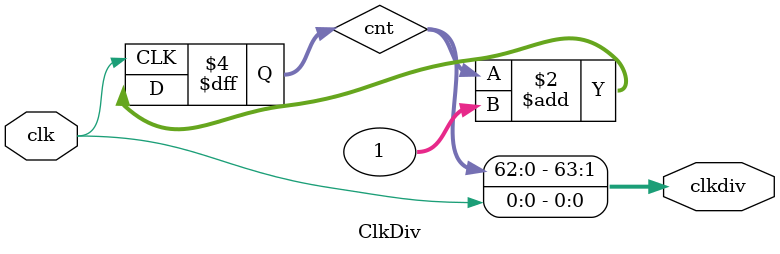
<source format=v>
`timescale 1ns / 1ps
module ClkDiv(
	input clk,
	output [63:0] clkdiv
);

reg [62:0] cnt;

assign clkdiv = {cnt, clk};

initial begin
	cnt = 0;
end

always @ (posedge clk)
begin
	cnt = cnt + 1;
end

endmodule

</source>
